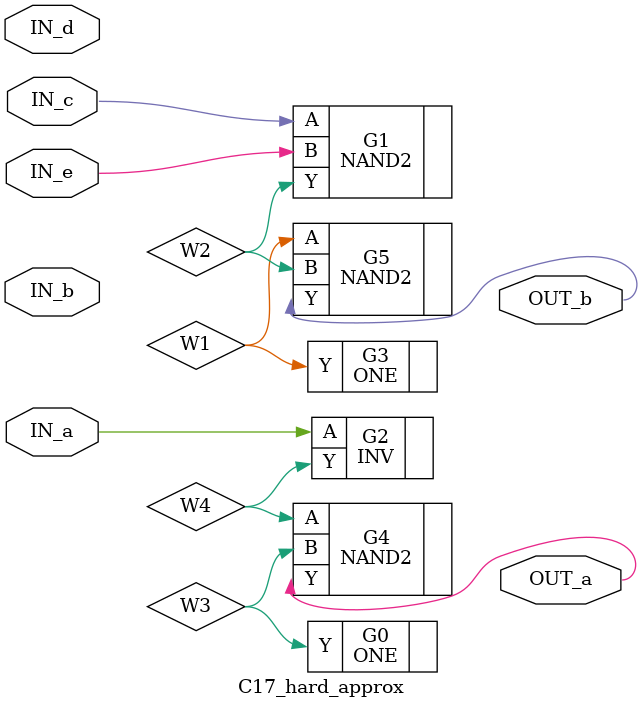
<source format=v>
module C17_hard_approx (
    IN_a, IN_b, IN_c, IN_d, IN_e, OUT_a, OUT_b );
  input  IN_a, IN_b, IN_c, IN_d, IN_e;
  output OUT_a, OUT_b ;
  wire W1, W2, W3, W4;
  
  INV     G2(.A(IN_a), .Y(W4));
  ONE     G0(.Y(W3));
  ONE     G3(.Y(W1));
  NAND2   G1(.A(IN_c), .B(IN_e), .Y(W2));    
  NAND2   G4(.A(W4), .B(W3), .Y(OUT_a));
  NAND2   G5(.A(W1), .B(W2), .Y(OUT_b));


endmodule
</source>
